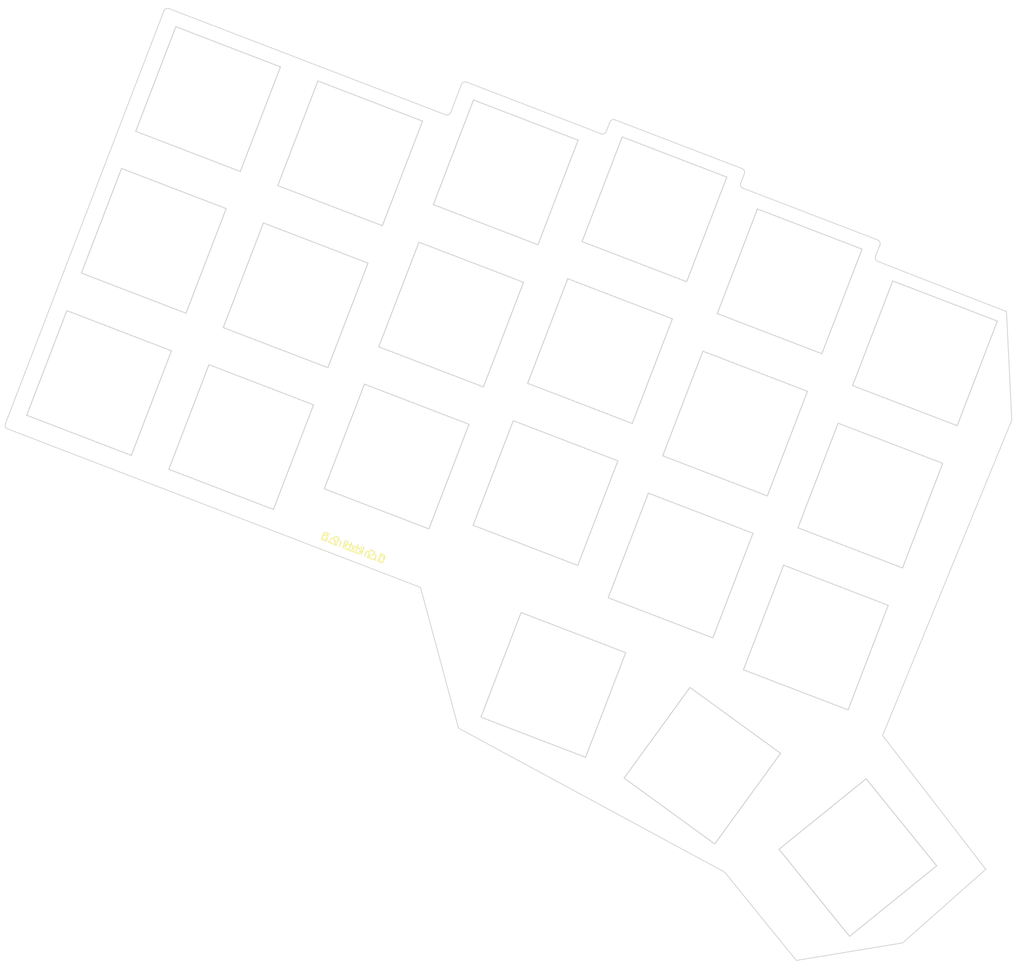
<source format=kicad_pcb>
(kicad_pcb (version 20211014) (generator pcbnew)
  (title_block (title "Rich Keyboard") (date "2018-11-17") (rev "1.0") (company "rvnash"))
  (layers (0 "F.Cu" signal) (31 "B.Cu" signal) (34 "B.Paste" user) (35 "F.Paste" user) (36 "B.SilkS" user "B.Silkscreen") (37 "F.SilkS" user "F.Silkscreen") (38 "B.Mask" user) (39 "F.Mask" user) (44 "Edge.Cuts" user))
  (net 0 "")
  (footprint "nashlib:Kailh_Switch_Hole" (layer "F.Cu") (at 74.741641 53.724011 159)
    (fp_text reference "K1" hide)
    (fp_text value "key-diode-led" hide)
    (fp_line (start -7 -7) (end -7 7) (layer "Edge.Cuts") (width 0.12))
    (fp_line (start 7 7) (end 7 -7) (layer "Edge.Cuts") (width 0.12))
    (fp_line (start -7 7) (end 7 7) (layer "Edge.Cuts") (width 0.12))
    (fp_line (start 7 -7) (end -7 -7) (layer "Edge.Cuts") (width 0.12))
  )
  (footprint "nashlib:Kailh_Switch_Hole" (layer "F.Cu") (at 118.712641 45.167611 159)
    (fp_text reference "K20" hide)
    (fp_text value "key-diode-led" hide)
    (fp_line (start 7 -7) (end -7 -7) (layer "Edge.Cuts") (width 0.12))
    (fp_line (start -7 -7) (end -7 7) (layer "Edge.Cuts") (width 0.12))
    (fp_line (start 7 7) (end 7 -7) (layer "Edge.Cuts") (width 0.12))
    (fp_line (start -7 7) (end 7 7) (layer "Edge.Cuts") (width 0.12))
  )
  (footprint "nashlib:Kailh_Switch_Hole" (layer "F.Cu") (at 157.457641 103.287911 159)
    (fp_text reference "K52" hide)
    (fp_text value "key-diode-led" hide)
    (fp_line (start -7 -7) (end -7 7) (layer "Edge.Cuts") (width 0.12))
    (fp_line (start 7 7) (end 7 -7) (layer "Edge.Cuts") (width 0.12))
    (fp_line (start -7 7) (end 7 7) (layer "Edge.Cuts") (width 0.12))
    (fp_line (start 7 -7) (end -7 -7) (layer "Edge.Cuts") (width 0.12))
  )
  (footprint "nashlib:Kailh_Switch_Hole" (layer "F.Cu") (at 143.280141 119.300511 144)
    (fp_text reference "K43" hide)
    (fp_text value "key-diode-led" hide)
    (fp_line (start -7 7) (end 7 7) (layer "Edge.Cuts") (width 0.12))
    (fp_line (start 7 7) (end 7 -7) (layer "Edge.Cuts") (width 0.12))
    (fp_line (start 7 -7) (end -7 -7) (layer "Edge.Cuts") (width 0.12))
    (fp_line (start -7 -7) (end -7 7) (layer "Edge.Cuts") (width 0.12))
  )
  (footprint "nashlib:Kailh_Switch_Hole" (layer "F.Cu") (at 85.662641 78.240411 159)
    (fp_text reference "K12" hide)
    (fp_text value "key-diode-led" hide)
    (fp_line (start -7 7) (end 7 7) (layer "Edge.Cuts") (width 0.12))
    (fp_line (start 7 -7) (end -7 -7) (layer "Edge.Cuts") (width 0.12))
    (fp_line (start 7 7) (end 7 -7) (layer "Edge.Cuts") (width 0.12))
    (fp_line (start -7 -7) (end -7 7) (layer "Edge.Cuts") (width 0.12))
  )
  (footprint "nashlib:Kailh_Switch_Hole" (layer "F.Cu") (at 111.895441 62.934411 159)
    (fp_text reference "K21" hide)
    (fp_text value "key-diode-led" hide)
    (fp_line (start -7 7) (end 7 7) (layer "Edge.Cuts") (width 0.12))
    (fp_line (start 7 7) (end 7 -7) (layer "Edge.Cuts") (width 0.12))
    (fp_line (start -7 -7) (end -7 7) (layer "Edge.Cuts") (width 0.12))
    (fp_line (start 7 -7) (end -7 -7) (layer "Edge.Cuts") (width 0.12))
  )
  (footprint "nashlib:Kailh_Switch_Hole" (layer "F.Cu") (at 147.371441 76.552411 159)
    (fp_text reference "K41" hide)
    (fp_text value "key-diode-led" hide)
    (fp_line (start -7 7) (end 7 7) (layer "Edge.Cuts") (width 0.12))
    (fp_line (start 7 7) (end 7 -7) (layer "Edge.Cuts") (width 0.12))
    (fp_line (start 7 -7) (end -7 -7) (layer "Edge.Cuts") (width 0.12))
    (fp_line (start -7 -7) (end -7 7) (layer "Edge.Cuts") (width 0.12))
  )
  (footprint "nashlib:Kailh_Switch_Hole" (layer "F.Cu") (at 154.188641 58.785611 159)
    (fp_text reference "K40" hide)
    (fp_text value "key-diode-led" hide)
    (fp_line (start 7 7) (end 7 -7) (layer "Edge.Cuts") (width 0.12))
    (fp_line (start -7 -7) (end -7 7) (layer "Edge.Cuts") (width 0.12))
    (fp_line (start 7 -7) (end -7 -7) (layer "Edge.Cuts") (width 0.12))
    (fp_line (start -7 7) (end 7 7) (layer "Edge.Cuts") (width 0.12))
  )
  (footprint "nashlib:Kailh_Switch_Hole" (layer "F.Cu") (at 137.293541 49.788111 159)
    (fp_text reference "K30" hide)
    (fp_text value "key-diode-led" hide)
    (fp_line (start 7 7) (end 7 -7) (layer "Edge.Cuts") (width 0.12))
    (fp_line (start 7 -7) (end -7 -7) (layer "Edge.Cuts") (width 0.12))
    (fp_line (start -7 7) (end 7 7) (layer "Edge.Cuts") (width 0.12))
    (fp_line (start -7 -7) (end -7 7) (layer "Edge.Cuts") (width 0.12))
  )
  (footprint "nashlib:Kailh_Switch_Hole" (layer "F.Cu") (at 123.683841 85.235411 159)
    (fp_text reference "K32" hide)
    (fp_text value "key-diode-led" hide)
    (fp_line (start 7 7) (end 7 -7) (layer "Edge.Cuts") (width 0.12))
    (fp_line (start -7 7) (end 7 7) (layer "Edge.Cuts") (width 0.12))
    (fp_line (start -7 -7) (end -7 7) (layer "Edge.Cuts") (width 0.12))
    (fp_line (start 7 -7) (end -7 -7) (layer "Edge.Cuts") (width 0.12))
  )
  (footprint "nashlib:Kailh_Switch_Hole" (layer "F.Cu") (at 99.272341 42.793111 159)
    (fp_text reference "K10" hide)
    (fp_text value "key-diode-led" hide)
    (fp_line (start -7 7) (end 7 7) (layer "Edge.Cuts") (width 0.12))
    (fp_line (start 7 7) (end 7 -7) (layer "Edge.Cuts") (width 0.12))
    (fp_line (start -7 -7) (end -7 7) (layer "Edge.Cuts") (width 0.12))
    (fp_line (start 7 -7) (end -7 -7) (layer "Edge.Cuts") (width 0.12))
  )
  (footprint "nashlib:Kailh_Switch_Hole" (layer "F.Cu") (at 105.086441 80.672411 159)
    (fp_text reference "K22" hide)
    (fp_text value "key-diode-led" hide)
    (fp_line (start 7 7) (end 7 -7) (layer "Edge.Cuts") (width 0.12))
    (fp_line (start -7 -7) (end -7 7) (layer "Edge.Cuts") (width 0.12))
    (fp_line (start -7 7) (end 7 7) (layer "Edge.Cuts") (width 0.12))
    (fp_line (start 7 -7) (end -7 -7) (layer "Edge.Cuts") (width 0.12))
  )
  (footprint "nashlib:Kailh_Switch_Hole" (layer "F.Cu") (at 162.708441 130.775111 129)
    (fp_text reference "K53" hide)
    (fp_text value "key-diode-led" hide)
    (fp_line (start 7 -7) (end -7 -7) (layer "Edge.Cuts") (width 0.12))
    (fp_line (start -7 7) (end 7 7) (layer "Edge.Cuts") (width 0.12))
    (fp_line (start -7 -7) (end -7 7) (layer "Edge.Cuts") (width 0.12))
    (fp_line (start 7 7) (end 7 -7) (layer "Edge.Cuts") (width 0.12))
  )
  (footprint "nashlib:Kailh_Switch_Hole" (layer "F.Cu") (at 140.562441 94.290411 159)
    (fp_text reference "K42" hide)
    (fp_text value "key-diode-led" hide)
    (fp_line (start -7 7) (end 7 7) (layer "Edge.Cuts") (width 0.12))
    (fp_line (start 7 7) (end 7 -7) (layer "Edge.Cuts") (width 0.12))
    (fp_line (start 7 -7) (end -7 -7) (layer "Edge.Cuts") (width 0.12))
    (fp_line (start -7 -7) (end -7 7) (layer "Edge.Cuts") (width 0.12))
  )
  (footprint "" (layer "F.Cu") (at 158.705241 118.003811)
    (fp_text reference "case hole6" hide)
    (fp_text value "" (at 0 0) (layer "F.SilkS") (effects (font (size 1.27 1.27))))
    (pad "" np_thru_hole circle (at 0 0 180) (size 2.7 2.7) (drill 2.7) (layers F&B.Cu *.Mask))
  )
  (footprint "nashlib:Kailh_Switch_Hole" (layer "F.Cu") (at 164.266641 85.549811 159)
    (fp_text reference "K51" hide)
    (fp_text value "key-diode-led" hide)
    (fp_line (start 7 7) (end 7 -7) (layer "Edge.Cuts") (width 0.12))
    (fp_line (start 7 -7) (end -7 -7) (layer "Edge.Cuts") (width 0.12))
    (fp_line (start -7 -7) (end -7 7) (layer "Edge.Cuts") (width 0.12))
    (fp_line (start -7 7) (end 7 7) (layer "Edge.Cuts") (width 0.12))
  )
  (footprint "nashlib:Kailh_Switch_Hole" (layer "F.Cu") (at 81.526141 36.012911 159)
    (fp_text reference "K0" hide)
    (fp_text value "key-diode-led" hide)
    (fp_line (start 7 7) (end 7 -7) (layer "Edge.Cuts") (width 0.12))
    (fp_line (start -7 7) (end 7 7) (layer "Edge.Cuts") (width 0.12))
    (fp_line (start 7 -7) (end -7 -7) (layer "Edge.Cuts") (width 0.12))
    (fp_line (start -7 -7) (end -7 7) (layer "Edge.Cuts") (width 0.12))
  )
  (footprint "" (layer "F.Cu") (at 142.005241 64.083811)
    (fp_text reference "case hole5" hide)
    (fp_text value "" (at 0 0) (layer "F.SilkS") (effects (font (size 1.27 1.27))))
    (pad "" np_thru_hole circle (at 0 0 180) (size 2.7 2.7) (drill 2.7) (layers F&B.Cu *.Mask))
  )
  (footprint "nashlib:Kailh_Switch_Hole" (layer "F.Cu") (at 67.908141 71.489011 159)
    (fp_text reference "K2" hide)
    (fp_text value "key-diode-led" hide)
    (fp_line (start 7 7) (end 7 -7) (layer "Edge.Cuts") (width 0.12))
    (fp_line (start -7 7) (end 7 7) (layer "Edge.Cuts") (width 0.12))
    (fp_line (start -7 -7) (end -7 7) (layer "Edge.Cuts") (width 0.12))
    (fp_line (start 7 -7) (end -7 -7) (layer "Edge.Cuts") (width 0.12))
  )
  (footprint "nashlib:Kailh_Switch_Hole" (layer "F.Cu") (at 92.463341 60.531111 159)
    (fp_text reference "K11" hide)
    (fp_text value "key-diode-led" hide)
    (fp_line (start 7 7) (end 7 -7) (layer "Edge.Cuts") (width 0.12))
    (fp_line (start 7 -7) (end -7 -7) (layer "Edge.Cuts") (width 0.12))
    (fp_line (start -7 -7) (end -7 7) (layer "Edge.Cuts") (width 0.12))
    (fp_line (start -7 7) (end 7 7) (layer "Edge.Cuts") (width 0.12))
  )
  (footprint "nashlib:Kailh_Switch_Hole" (layer "F.Cu") (at 124.660441 109.207411 159)
    (fp_text reference "K33" hide)
    (fp_text value "key-diode-led" hide)
    (fp_line (start -7 7) (end 7 7) (layer "Edge.Cuts") (width 0.12))
    (fp_line (start -7 -7) (end -7 7) (layer "Edge.Cuts") (width 0.12))
    (fp_line (start 7 -7) (end -7 -7) (layer "Edge.Cuts") (width 0.12))
    (fp_line (start 7 7) (end 7 -7) (layer "Edge.Cuts") (width 0.12))
  )
  (footprint "nashlib:Kailh_Switch_Hole" (layer "F.Cu") (at 130.492741 67.497411 159)
    (fp_text reference "K31" hide)
    (fp_text value "key-diode-led" hide)
    (fp_line (start -7 7) (end 7 7) (layer "Edge.Cuts") (width 0.12))
    (fp_line (start 7 7) (end 7 -7) (layer "Edge.Cuts") (width 0.12))
    (fp_line (start -7 -7) (end -7 7) (layer "Edge.Cuts") (width 0.12))
    (fp_line (start 7 -7) (end -7 -7) (layer "Edge.Cuts") (width 0.12))
  )
  (footprint "nashlib:Kailh_Switch_Hole" (layer "F.Cu") (at 171.092041 67.778411 159)
    (fp_text reference "K50" hide)
    (fp_text value "key-diode-led" hide)
    (fp_line (start 7 7) (end 7 -7) (layer "Edge.Cuts") (width 0.12))
    (fp_line (start -7 7) (end 7 7) (layer "Edge.Cuts") (width 0.12))
    (fp_line (start 7 -7) (end -7 -7) (layer "Edge.Cuts") (width 0.12))
    (fp_line (start -7 -7) (end -7 7) (layer "Edge.Cuts") (width 0.12))
  )
  (footprint "" (layer "F.Cu") (at 80.255241 66.003811)
    (fp_text reference "case hole9" hide)
    (fp_text value "" (at 0 0) (layer "F.SilkS") (effects (font (size 1.27 1.27))))
    (pad "" np_thru_hole circle (at 0 0 180) (size 2.7 2.7) (drill 2.7) (layers F&B.Cu *.Mask))
  )
  (footprint "" (layer "F.Cu") (at 87.085241 48.253811)
    (fp_text reference "case hole8" hide)
    (fp_text value "" (at 0 0) (layer "F.SilkS") (effects (font (size 1.27 1.27))))
    (pad "" np_thru_hole circle (at 0 0 180) (size 2.7 2.7) (drill 2.7) (layers F&B.Cu *.Mask))
  )
  (gr_line (start 107.83564 96.935299) (end 72.359584 83.317321) (layer "Edge.Cuts") (width 0.1))
  (gr_line (start 178.69 132.24) (end 165.8 115.52) (layer "Edge.Cuts") (width 0.1))
  (gr_line (start 148.080087 46.508278) (end 148.528045 45.341302) (layer "Edge.Cuts") (width 0.1))
  (gr_arc (start 165.209798 56.297197) (mid 164.93221 56.033773) (end 164.922193 55.651219) (layer "Edge.Cuts") (width 0.1))
  (gr_line (start 146.142374 132.687879) (end 155.015241 143.628811) (layer "Edge.Cuts") (width 0.1))
  (gr_arc (start 107.83564 96.935299) (mid 108.000631 97.039403) (end 108.113224 97.198722) (layer "Edge.Cuts") (width 0.1))
  (gr_arc (start 131.275638 40.057654) (mid 131.012216 40.335244) (end 130.629663 40.345262) (layer "Edge.Cuts") (width 0.1))
  (gr_arc (start 76.000937 24.998767) (mid 76.264359 24.721179) (end 76.646911 24.711162) (layer "Edge.Cuts") (width 0.1))
  (gr_line (start 76.000937 24.998767) (end 56.201107 76.579081) (layer "Edge.Cuts") (width 0.1))
  (gr_line (start 164.922193 55.651219) (end 165.459747 54.250849) (layer "Edge.Cuts") (width 0.1))
  (gr_arc (start 113.052493 114.73725) (mid 112.887499 114.633146) (end 112.774903 114.473826) (layer "Edge.Cuts") (width 0.1))
  (gr_line (start 168.3137 141.435216) (end 178.69 132.24) (layer "Edge.Cuts") (width 0.1))
  (gr_line (start 130.629663 40.345262) (end 113.825211 33.894639) (layer "Edge.Cuts") (width 0.1))
  (gr_arc (start 148.367689 47.154254) (mid 148.090102 46.89083) (end 148.080087 46.508278) (layer "Edge.Cuts") (width 0.1))
  (gr_line (start 155.015241 143.628811) (end 168.3137 141.435216) (layer "Edge.Cuts") (width 0.1))
  (gr_arc (start 148.24044 44.69533) (mid 148.518028 44.958751) (end 148.528045 45.341302) (layer "Edge.Cuts") (width 0.1))
  (gr_arc (start 145.577863 132.332298) (mid 145.868814 132.496284) (end 146.142374 132.687879) (layer "Edge.Cuts") (width 0.1))
  (gr_line (start 113.052493 114.73725) (end 145.577863 132.332298) (layer "Edge.Cuts") (width 0.1))
  (gr_line (start 165.8 115.52) (end 181.939981 76.126465) (layer "Edge.Cuts") (width 0.1))
  (gr_arc (start 131.723596 38.890679) (mid 131.987017 38.613091) (end 132.369569 38.603073) (layer "Edge.Cuts") (width 0.1))
  (gr_arc (start 111.835359 37.683169) (mid 111.571938 37.960758) (end 111.189387 37.970776) (layer "Edge.Cuts") (width 0.1))
  (gr_line (start 56.488713 77.225062) (end 72.359584 83.317321) (layer "Edge.Cuts") (width 0.1))
  (gr_line (start 94.384939 31.520153) (end 76.646911 24.711162) (layer "Edge.Cuts") (width 0.1))
  (gr_arc (start 56.488713 77.225062) (mid 56.211124 76.961637) (end 56.201107 76.579081) (layer "Edge.Cuts") (width 0.1))
  (gr_arc (start 113.179239 34.182249) (mid 113.442659 33.904659) (end 113.825211 33.894639) (layer "Edge.Cuts") (width 0.1))
  (gr_arc (start 165.172137 53.604876) (mid 165.449728 53.868296) (end 165.459747 54.250849) (layer "Edge.Cuts") (width 0.1))
  (gr_line (start 131.723596 38.890679) (end 131.275638 40.057654) (layer "Edge.Cuts") (width 0.1))
  (gr_line (start 181.276896 62.564724) (end 181.939981 76.126465) (layer "Edge.Cuts") (width 0.1))
  (gr_line (start 113.179239 34.182249) (end 111.835359 37.683169) (layer "Edge.Cuts") (width 0.1))
  (gr_line (start 111.189387 37.970776) (end 94.384939 31.520153) (layer "Edge.Cuts") (width 0.1))
  (gr_line (start 108.113224 97.198722) (end 112.774903 114.473826) (layer "Edge.Cuts") (width 0.1))
  (gr_line (start 181.276896 62.564724) (end 165.209798 56.297197) (layer "Edge.Cuts") (width 0.1))
  (gr_line (start 165.172137 53.604876) (end 148.367689 47.154254) (layer "Edge.Cuts") (width 0.1))
  (gr_line (start 148.24044 44.69533) (end 132.369569 38.603073) (layer "Edge.Cuts") (width 0.1))
  (gr_text "richkbd 2.0" (at 99.68 92.07 -21) (layer "F.SilkS") (effects (font (size 1 1)) (justify mirror)))
  (gr_text "richkbd 2.0" (at 99.66 92.08 -21) (layer "F.SilkS") (effects (font (size 1 1))))
)
</source>
